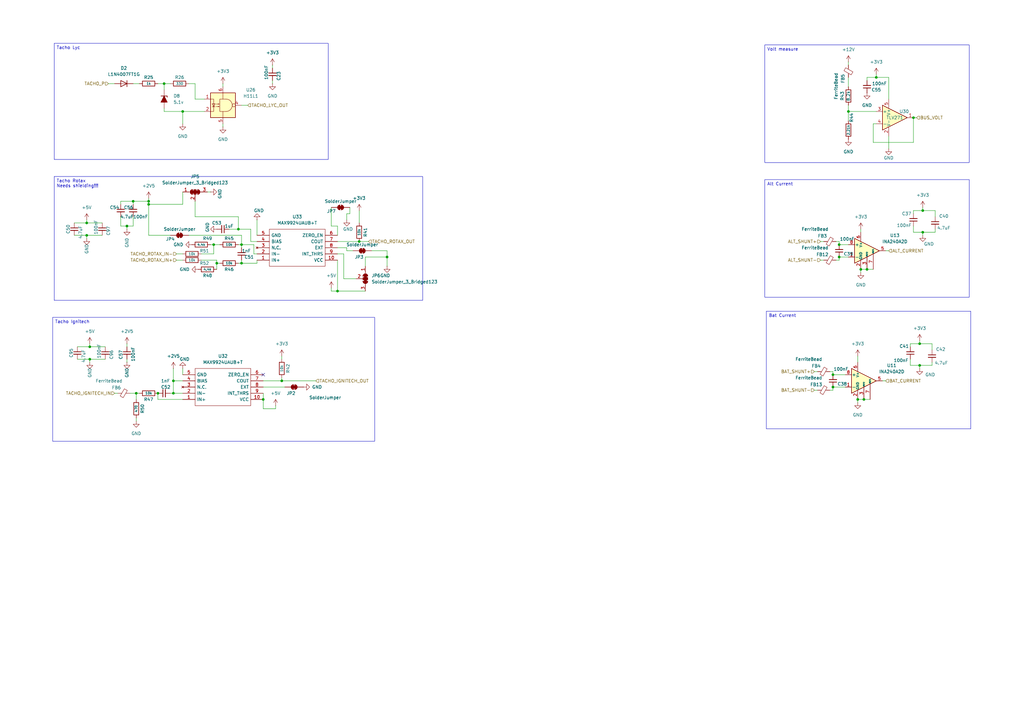
<source format=kicad_sch>
(kicad_sch (version 20250114) (generator "eeschema") (generator_version "9.0")
  (paper "A3")
  (title_block (title "westfly_ems") (date "2025-03-12") (rev "0.01") (company "Westfly"))
  (lib_symbols
    (symbol "Amplifier_Current:INA240A2D" (pin_names (offset 0.127))
      (property "Reference" "U" (at 3.81 3.81 0))
      (property "Value" "INA240A2D" (at 3.81 -2.54 0))
      (symbol "INA240A2D_1_1"
        (pin input line (at -7.62 2.54 0) (length 2.54) (name "+") (number "8"))
        (pin input line (at -7.62 -2.54 0) (length 2.54) (name "-") (number "1"))
        (pin power_in line (at -2.54 7.62 270) (length 3.81) (name "V+") (number "6"))
        (pin power_in line (at -2.54 -7.62 90) (length 3.81) (name "GND") (number "2"))
        (pin passive line (at -2.54 -7.62 90) (length 3.81) (hide yes) (name "GND") (number "4"))
        (pin passive line (at 0 -7.62 90) (length 5.08) (name "REF2") (number "3"))
        (pin passive line (at 2.54 -7.62 90) (length 6.35) (name "REF1") (number "7"))
        (pin output line (at 7.62 0 180) (length 2.54) (name "~") (number "5"))
      )
    )
    (symbol "Device:C_Small" (pin_numbers (hide yes)) (pin_names (offset 0.254) (hide yes))
      (property "Reference" "C" (at 0.254 1.778 0))
      (property "Value" "C_Small" (at 0.254 -2.032 0))
      (symbol "C_Small_1_1"
        (pin passive line (at 0 2.54 270) (length 2.032) (name "~") (number "1"))
        (pin passive line (at 0 -2.54 90) (length 2.032) (name "~") (number "2"))
      )
    )
    (symbol "Device:D_Zener_Filled" (pin_numbers (hide yes)) (pin_names (offset 1.016) (hide yes))
      (property "Reference" "D" (at 0 2.54 0))
      (property "Value" "D_Zener_Filled" (at 0 -2.54 0))
      (symbol "D_Zener_Filled_1_1"
        (pin passive line (at -3.81 0 0) (length 2.54) (name "K") (number "1"))
        (pin passive line (at 3.81 0 180) (length 2.54) (name "A") (number "2"))
      )
    )
    (symbol "Device:FerriteBead_Small" (pin_numbers (hide yes)) (pin_names (offset 0))
      (property "Reference" "FB" (at 1.905 1.27 0))
      (property "Value" "FerriteBead_Small" (at 1.905 -1.27 0))
      (symbol "FerriteBead_Small_1_1"
        (pin passive line (at 0 2.54 270) (length 1.27) (name "~") (number "1"))
        (pin passive line (at 0 -2.54 90) (length 1.27) (name "~") (number "2"))
      )
    )
    (symbol "Device:R" (pin_numbers (hide yes)) (pin_names (offset 0))
      (property "Reference" "R" (at 2.032 0 90))
      (property "Value" "R" (at 0 0 90))
      (symbol "R_1_1"
        (pin passive line (at 0 3.81 270) (length 1.27) (name "~") (number "1"))
        (pin passive line (at 0 -3.81 90) (length 1.27) (name "~") (number "2"))
      )
    )
    (symbol "Diode:1N4007" (pin_numbers (hide yes)) (pin_names (hide yes))
      (property "Reference" "D" (at 0 2.54 0))
      (property "Value" "1N4007" (at 0 -2.54 0))
      (symbol "1N4007_1_1"
        (pin passive line (at -3.81 0 0) (length 2.54) (name "K") (number "1"))
        (pin passive line (at 3.81 0 180) (length 2.54) (name "A") (number "2"))
      )
    )
    (symbol "Isolator:H11L1" (pin_names (offset 1.016))
      (property "Reference" "U" (at 1.27 8.89 0))
      (property "Value" "H11L1" (at 1.27 6.35 0))
      (symbol "H11L1_1_1"
        (pin passive line (at -7.62 2.54 0) (length 2.54) (name "~") (number "1"))
        (pin passive line (at -7.62 -2.54 0) (length 2.54) (name "~") (number "2"))
        (pin no_connect line (at -5.08 0 0) (length 2.54) (hide yes) (name "~") (number "3"))
        (pin power_in line (at 0 7.62 270) (length 2.54) (name "~") (number "6"))
        (pin power_in line (at 0 -7.62 90) (length 2.54) (name "~") (number "5"))
        (pin output inverted (at 7.62 0 180) (length 3.81) (name "~") (number "4"))
      )
    )
    (symbol "Jumper:SolderJumper_2_Bridged" (pin_numbers (hide yes)) (pin_names (offset 0) (hide yes)) (exclude_from_sim yes) (in_bom no)
      (property "Reference" "JP" (at 0 2.032 0))
      (property "Value" "SolderJumper_2_Bridged" (at 0 -2.54 0))
      (symbol "SolderJumper_2_Bridged_1_1"
        (pin passive line (at -3.81 0 0) (length 2.54) (name "A") (number "1"))
        (pin passive line (at 3.81 0 180) (length 2.54) (name "B") (number "2"))
      )
    )
    (symbol "Jumper:SolderJumper_3_Bridged123" (pin_names (offset 0) (hide yes)) (exclude_from_sim yes) (in_bom no)
      (property "Reference" "JP" (at -2.54 -2.54 0))
      (property "Value" "SolderJumper_3_Bridged123" (at 0 2.794 0))
      (symbol "SolderJumper_3_Bridged123_1_1"
        (pin passive line (at -5.08 0 0) (length 2.54) (name "A") (number "1"))
        (pin passive line (at 0 -3.81 90) (length 2.54) (name "C") (number "2"))
        (pin passive line (at 5.08 0 180) (length 2.54) (name "B") (number "3"))
      )
    )
    (symbol "Westfly:MAX9924UAUB+T" (pin_names (offset 0.762))
      (property "Reference" "IC2" (at 16.51 -16.6157 0))
      (property "Value" "MAX9924UAUB+T" (at 16.51 -13.8406 0))
      (symbol "MAX9924UAUB+T_0_0"
        (pin passive line (at 0 0 0) (length 5.08) (name "IN+") (number "1"))
        (pin passive line (at 0 -2.54 0) (length 5.08) (name "IN-") (number "2"))
        (pin no_connect line (at 0 -5.08 0) (length 5.08) (name "N.C.") (number "3"))
        (pin passive line (at 0 -7.62 0) (length 5.08) (name "BIAS") (number "4"))
        (pin passive line (at 0 -10.16 0) (length 5.08) (name "GND") (number "5"))
        (pin passive line (at 33.02 0 180) (length 5.08) (name "VCC") (number "10"))
        (pin passive line (at 33.02 -2.54 180) (length 5.08) (name "INT_THRS") (number "9"))
        (pin passive line (at 33.02 -5.08 180) (length 5.08) (name "EXT") (number "8"))
        (pin passive line (at 33.02 -7.62 180) (length 5.08) (name "COUT") (number "7"))
        (pin passive line (at 33.02 -10.16 180) (length 5.08) (name "ZERO_EN") (number "6"))
      )
    )
    (symbol "Westfly:TLV271" (pin_names (offset 0.127))
      (property "Reference" "U?" (at 3.81 3.81 0))
      (property "Value" "TLV271" (at 0 0 0))
      (symbol "TLV271_1_1"
        (pin input line (at -7.62 2.54 0) (length 2.54) (name "+") (number "3"))
        (pin input line (at -7.62 -2.54 0) (length 2.54) (name "-") (number "4"))
        (pin power_in line (at -2.54 7.62 270) (length 3.81) (name "V+") (number "5"))
        (pin power_in line (at -2.54 -7.62 90) (length 3.81) (name "V-") (number "2"))
        (pin output line (at 7.62 0 180) (length 2.54) (name "~") (number "1"))
      )
    )
    (symbol "power:+12V" (power) (pin_numbers (hide yes)) (pin_names (offset 0) (hide yes))
      (property "Value" "+12V" (at 0 3.556 0))
      (symbol "+12V_1_1"
        (pin power_in line (at 0 0 90) (length 0) (name "~") (number "1"))
      )
    )
    (symbol "power:+2V5" (power) (pin_numbers (hide yes)) (pin_names (offset 0) (hide yes))
      (property "Value" "+2V5" (at 0 3.556 0))
      (symbol "+2V5_1_1"
        (pin power_in line (at 0 0 90) (length 0) (name "~") (number "1"))
      )
    )
    (symbol "power:+3V3" (power) (pin_numbers (hide yes)) (pin_names (offset 0) (hide yes))
      (property "Value" "+3V3" (at 0 3.556 0))
      (symbol "+3V3_1_1"
        (pin power_in line (at 0 0 90) (length 0) (name "~") (number "1"))
      )
    )
    (symbol "power:+5V" (power) (pin_numbers (hide yes)) (pin_names (offset 0) (hide yes))
      (property "Value" "+5V" (at 0 3.556 0))
      (symbol "+5V_1_1"
        (pin power_in line (at 0 0 90) (length 0) (name "~") (number "1"))
      )
    )
    (symbol "power:GND" (power) (pin_numbers (hide yes)) (pin_names (offset 0) (hide yes))
      (property "Value" "GND" (at 0 -3.81 0))
      (symbol "GND_1_1"
        (pin power_in line (at 0 0 270) (length 0) (name "~") (number "1"))
      )
    )
  )
  (text_box "Tacho Rotax\nNeeds shielding!!!" (at 22.225 72.39 0) (size 151.13 50.8) (margins 0.9525 0.9525 0.9525 0.9525) (effects (font (size 1.27 1.27)) (justify left top)))
  (text_box "Alt Current" (at 313.69 73.66 0) (size 83.82 48.26) (margins 0.9525 0.9525 0.9525 0.9525) (effects (font (size 1.27 1.27)) (justify left top)))
  (text_box "Volt measure" (at 313.69 18.415 0) (size 83.82 48.26) (margins 0.9525 0.9525 0.9525 0.9525) (effects (font (size 1.27 1.27)) (justify left top)))
  (text_box "Tacho Lyc" (at 22.225 17.78 0) (size 112.395 47.625) (margins 0.9525 0.9525 0.9525 0.9525) (effects (font (size 1.27 1.27)) (justify left top)))
  (text_box "Bat Current" (at 314.325 127.635 0) (size 83.82 48.26) (margins 0.9525 0.9525 0.9525 0.9525) (effects (font (size 1.27 1.27)) (justify left top)))
  (text_box "Tacho Ignitech\n" (at 21.59 130.175 0) (size 132.08 50.8) (margins 0.9525 0.9525 0.9525 0.9525) (effects (font (size 1.27 1.27)) (justify left top)))
  (junction (at 341.63 158.75))
  (junction (at 36.83 142.24))
  (junction (at 354.33 163.83))
  (junction (at 35.56 96.52))
  (junction (at 377.19 149.86))
  (junction (at 351.79 163.83))
  (junction (at 115.57 156.21))
  (junction (at 74.93 45.72))
  (junction (at 377.19 140.97))
  (junction (at 344.17 100.33))
  (junction (at 67.31 34.29))
  (junction (at 107.95 163.83))
  (junction (at 158.75 105.41))
  (junction (at 54.61 82.55))
  (junction (at 99.06 100.33))
  (junction (at 347.98 45.72))
  (junction (at 374.65 48.26))
  (junction (at 344.17 105.41))
  (junction (at 359.41 31.75))
  (junction (at 87.63 100.33))
  (junction (at 99.06 107.95))
  (junction (at 55.88 161.29))
  (junction (at 36.83 147.32))
  (junction (at 71.12 161.29))
  (junction (at 138.43 119.38))
  (junction (at 147.32 99.06))
  (junction (at 341.63 153.67))
  (junction (at 60.96 83.82))
  (junction (at 64.77 161.29))
  (junction (at 35.56 91.44))
  (junction (at 378.46 86.36))
  (junction (at 60.96 82.55))
  (junction (at 88.9 107.95))
  (junction (at 378.46 95.25))
  (junction (at 71.12 156.21))
  (junction (at 97.79 93.98))
  (junction (at 52.07 92.71))
  (junction (at 353.06 110.49))
  (junction (at 355.6 110.49))
  (no_connect (at 107.95 153.67))
  (wire (pts (xy 377.19 149.86) (xy 377.19 151.13)))
  (wire (pts (xy 43.18 147.32) (xy 36.83 147.32)))
  (wire (pts (xy 361.95 156.21) (xy 363.22 156.21)))
  (wire (pts (xy 149.86 105.41) (xy 158.75 105.41)))
  (wire (pts (xy 52.07 147.32) (xy 52.07 148.59)))
  (wire (pts (xy 374.65 48.26) (xy 375.92 48.26)))
  (wire (pts (xy 142.24 90.17) (xy 142.24 87.63)))
  (wire (pts (xy 115.57 156.21) (xy 129.54 156.21)))
  (wire (pts (xy 340.36 160.02) (xy 341.63 160.02)))
  (wire (pts (xy 355.6 110.49) (xy 358.14 110.49)))
  (wire (pts (xy 107.95 156.21) (xy 115.57 156.21)))
  (wire (pts (xy 142.24 87.63) (xy 143.51 87.63)))
  (wire (pts (xy 138.43 119.38) (xy 135.89 119.38)))
  (wire (pts (xy 54.61 82.55) (xy 49.53 82.55)))
  (wire (pts (xy 105.41 99.06) (xy 102.87 99.06)))
  (wire (pts (xy 54.61 88.9) (xy 54.61 92.71)))
  (wire (pts (xy 351.79 146.05) (xy 351.79 148.59)))
  (wire (pts (xy 102.87 93.98) (xy 97.79 93.98)))
  (wire (pts (xy 88.9 107.95) (xy 88.9 110.49)))
  (wire (pts (xy 105.41 104.14) (xy 104.14 104.14)))
  (wire (pts (xy 355.6 31.75) (xy 355.6 33.02)))
  (wire (pts (xy 377.19 139.7) (xy 377.19 140.97)))
  (wire (pts (xy 358.14 50.8) (xy 358.14 58.42)))
  (wire (pts (xy 55.88 171.45) (xy 55.88 172.72)))
  (wire (pts (xy 138.43 119.38) (xy 149.86 119.38)))
  (wire (pts (xy 60.96 83.82) (xy 60.96 96.52)))
  (wire (pts (xy 72.39 104.14) (xy 74.93 104.14)))
  (wire (pts (xy 111.76 33.02) (xy 111.76 34.29)))
  (wire (pts (xy 151.13 99.06) (xy 147.32 99.06)))
  (wire (pts (xy 334.01 160.02) (xy 335.28 160.02)))
  (wire (pts (xy 144.78 102.87) (xy 142.24 102.87)))
  (wire (pts (xy 74.93 156.21) (xy 71.12 156.21)))
  (wire (pts (xy 347.98 45.72) (xy 347.98 49.53)))
  (wire (pts (xy 353.06 110.49) (xy 353.06 111.76)))
  (wire (pts (xy 54.61 92.71) (xy 52.07 92.71)))
  (wire (pts (xy 344.17 100.33) (xy 347.98 100.33)))
  (wire (pts (xy 83.82 45.72) (xy 74.93 45.72)))
  (wire (pts (xy 80.01 34.29) (xy 80.01 40.64)))
  (wire (pts (xy 52.07 140.97) (xy 52.07 142.24)))
  (wire (pts (xy 336.55 99.06) (xy 337.82 99.06)))
  (wire (pts (xy 35.56 96.52) (xy 35.56 97.79)))
  (wire (pts (xy 43.18 142.24) (xy 36.83 142.24)))
  (wire (pts (xy 135.89 92.71) (xy 138.43 92.71)))
  (wire (pts (xy 347.98 43.18) (xy 347.98 45.72)))
  (wire (pts (xy 135.89 85.09) (xy 135.89 92.71)))
  (wire (pts (xy 336.55 106.68) (xy 337.82 106.68)))
  (wire (pts (xy 67.31 44.45) (xy 67.31 45.72)))
  (wire (pts (xy 71.12 156.21) (xy 71.12 161.29)))
  (wire (pts (xy 138.43 92.71) (xy 138.43 96.52)))
  (wire (pts (xy 354.33 163.83) (xy 356.87 163.83)))
  (wire (pts (xy 41.91 96.52) (xy 35.56 96.52)))
  (wire (pts (xy 104.14 100.33) (xy 99.06 100.33)))
  (wire (pts (xy 364.49 31.75) (xy 364.49 40.64)))
  (wire (pts (xy 351.79 163.83) (xy 354.33 163.83)))
  (wire (pts (xy 35.56 96.52) (xy 30.48 96.52)))
  (wire (pts (xy 382.27 149.86) (xy 382.27 148.59)))
  (wire (pts (xy 378.46 85.09) (xy 378.46 86.36)))
  (wire (pts (xy 99.06 96.52) (xy 99.06 100.33)))
  (wire (pts (xy 341.63 158.75) (xy 346.71 158.75)))
  (wire (pts (xy 72.39 106.68) (xy 74.93 106.68)))
  (wire (pts (xy 353.06 93.98) (xy 353.06 95.25)))
  (wire (pts (xy 85.09 78.74) (xy 86.36 78.74)))
  (wire (pts (xy 364.49 31.75) (xy 359.41 31.75)))
  (wire (pts (xy 383.54 95.25) (xy 383.54 93.98)))
  (wire (pts (xy 71.12 161.29) (xy 69.85 161.29)))
  (wire (pts (xy 342.9 106.68) (xy 344.17 106.68)))
  (wire (pts (xy 99.06 100.33) (xy 99.06 101.6)))
  (wire (pts (xy 35.56 90.17) (xy 35.56 91.44)))
  (wire (pts (xy 135.89 119.38) (xy 135.89 118.11)))
  (wire (pts (xy 146.05 114.3) (xy 140.97 114.3)))
  (wire (pts (xy 87.63 104.14) (xy 82.55 104.14)))
  (wire (pts (xy 41.91 91.44) (xy 35.56 91.44)))
  (wire (pts (xy 378.46 86.36) (xy 374.65 86.36)))
  (wire (pts (xy 351.79 163.83) (xy 351.79 165.1)))
  (wire (pts (xy 80.01 40.64) (xy 83.82 40.64)))
  (wire (pts (xy 88.9 107.95) (xy 88.9 106.68)))
  (wire (pts (xy 152.4 102.87) (xy 158.75 102.87)))
  (wire (pts (xy 340.36 152.4) (xy 341.63 152.4)))
  (wire (pts (xy 74.93 163.83) (xy 64.77 163.83)))
  (wire (pts (xy 67.31 45.72) (xy 74.93 45.72)))
  (wire (pts (xy 341.63 153.67) (xy 346.71 153.67)))
  (wire (pts (xy 97.79 88.9) (xy 80.01 88.9)))
  (wire (pts (xy 378.46 95.25) (xy 378.46 96.52)))
  (wire (pts (xy 36.83 147.32) (xy 31.75 147.32)))
  (wire (pts (xy 97.79 93.98) (xy 97.79 88.9)))
  (wire (pts (xy 344.17 99.06) (xy 344.17 100.33)))
  (wire (pts (xy 55.88 161.29) (xy 55.88 163.83)))
  (wire (pts (xy 36.83 147.32) (xy 36.83 148.59)))
  (wire (pts (xy 359.41 31.75) (xy 355.6 31.75)))
  (wire (pts (xy 158.75 102.87) (xy 158.75 105.41)))
  (wire (pts (xy 363.22 102.87) (xy 364.49 102.87)))
  (wire (pts (xy 358.14 58.42) (xy 374.65 58.42)))
  (wire (pts (xy 158.75 105.41) (xy 158.75 109.22)))
  (wire (pts (xy 377.19 149.86) (xy 382.27 149.86)))
  (wire (pts (xy 90.17 107.95) (xy 88.9 107.95)))
  (wire (pts (xy 87.63 100.33) (xy 90.17 100.33)))
  (wire (pts (xy 374.65 95.25) (xy 378.46 95.25)))
  (wire (pts (xy 80.01 82.55) (xy 80.01 88.9)))
  (wire (pts (xy 36.83 142.24) (xy 31.75 142.24)))
  (wire (pts (xy 102.87 99.06) (xy 102.87 93.98)))
  (wire (pts (xy 60.96 82.55) (xy 54.61 82.55)))
  (wire (pts (xy 44.45 34.29) (xy 46.99 34.29)))
  (wire (pts (xy 77.47 34.29) (xy 80.01 34.29)))
  (wire (pts (xy 74.93 83.82) (xy 60.96 83.82)))
  (wire (pts (xy 64.77 34.29) (xy 67.31 34.29)))
  (wire (pts (xy 99.06 100.33) (xy 97.79 100.33)))
  (wire (pts (xy 383.54 86.36) (xy 378.46 86.36)))
  (wire (pts (xy 138.43 106.68) (xy 138.43 119.38)))
  (wire (pts (xy 113.03 167.64) (xy 107.95 167.64)))
  (wire (pts (xy 107.95 161.29) (xy 107.95 163.83)))
  (wire (pts (xy 143.51 87.63) (xy 143.51 85.09)))
  (wire (pts (xy 99.06 43.18) (xy 101.6 43.18)))
  (wire (pts (xy 382.27 140.97) (xy 382.27 143.51)))
  (wire (pts (xy 149.86 109.22) (xy 149.86 105.41)))
  (wire (pts (xy 359.41 30.48) (xy 359.41 31.75)))
  (wire (pts (xy 53.34 161.29) (xy 55.88 161.29)))
  (wire (pts (xy 57.15 161.29) (xy 55.88 161.29)))
  (wire (pts (xy 49.53 92.71) (xy 49.53 88.9)))
  (wire (pts (xy 138.43 101.6) (xy 142.24 101.6)))
  (wire (pts (xy 347.98 45.72) (xy 359.41 45.72)))
  (wire (pts (xy 99.06 106.68) (xy 99.06 107.95)))
  (wire (pts (xy 60.96 81.28) (xy 60.96 82.55)))
  (wire (pts (xy 341.63 160.02) (xy 341.63 158.75)))
  (wire (pts (xy 347.98 25.4) (xy 347.98 26.67)))
  (wire (pts (xy 364.49 55.88) (xy 364.49 60.96)))
  (wire (pts (xy 105.41 106.68) (xy 105.41 107.95)))
  (wire (pts (xy 46.99 161.29) (xy 48.26 161.29)))
  (wire (pts (xy 341.63 152.4) (xy 341.63 153.67)))
  (wire (pts (xy 373.38 140.97) (xy 373.38 142.24)))
  (wire (pts (xy 74.93 151.13) (xy 74.93 153.67)))
  (wire (pts (xy 147.32 91.44) (xy 147.32 86.36)))
  (wire (pts (xy 382.27 140.97) (xy 377.19 140.97)))
  (wire (pts (xy 54.61 34.29) (xy 57.15 34.29)))
  (wire (pts (xy 52.07 92.71) (xy 49.53 92.71)))
  (wire (pts (xy 115.57 146.05) (xy 115.57 147.32)))
  (wire (pts (xy 138.43 104.14) (xy 140.97 104.14)))
  (wire (pts (xy 377.19 140.97) (xy 373.38 140.97)))
  (wire (pts (xy 374.65 58.42) (xy 374.65 48.26)))
  (wire (pts (xy 88.9 106.68) (xy 82.55 106.68)))
  (wire (pts (xy 344.17 105.41) (xy 347.98 105.41)))
  (wire (pts (xy 359.41 50.8) (xy 358.14 50.8)))
  (wire (pts (xy 344.17 105.41) (xy 344.17 106.68)))
  (wire (pts (xy 347.98 31.75) (xy 347.98 35.56)))
  (wire (pts (xy 373.38 147.32) (xy 373.38 149.86)))
  (wire (pts (xy 105.41 90.17) (xy 105.41 96.52)))
  (wire (pts (xy 378.46 95.25) (xy 383.54 95.25)))
  (wire (pts (xy 91.44 34.29) (xy 91.44 35.56)))
  (wire (pts (xy 116.84 158.75) (xy 107.95 158.75)))
  (wire (pts (xy 67.31 34.29) (xy 69.85 34.29)))
  (wire (pts (xy 111.76 26.67) (xy 111.76 27.94)))
  (wire (pts (xy 105.41 107.95) (xy 99.06 107.95)))
  (wire (pts (xy 71.12 156.21) (xy 71.12 151.13)))
  (wire (pts (xy 107.95 163.83) (xy 107.95 167.64)))
  (wire (pts (xy 67.31 36.83) (xy 67.31 34.29)))
  (wire (pts (xy 342.9 99.06) (xy 344.17 99.06)))
  (wire (pts (xy 99.06 107.95) (xy 97.79 107.95)))
  (wire (pts (xy 374.65 92.71) (xy 374.65 95.25)))
  (wire (pts (xy 74.93 161.29) (xy 71.12 161.29)))
  (wire (pts (xy 87.63 100.33) (xy 86.36 100.33)))
  (wire (pts (xy 64.77 161.29) (xy 64.77 163.83)))
  (wire (pts (xy 36.83 140.97) (xy 36.83 142.24)))
  (wire (pts (xy 142.24 102.87) (xy 142.24 101.6)))
  (wire (pts (xy 147.32 99.06) (xy 138.43 99.06)))
  (wire (pts (xy 49.53 82.55) (xy 49.53 83.82)))
  (wire (pts (xy 373.38 149.86) (xy 377.19 149.86)))
  (wire (pts (xy 69.85 96.52) (xy 60.96 96.52)))
  (wire (pts (xy 87.63 100.33) (xy 87.63 104.14)))
  (wire (pts (xy 383.54 86.36) (xy 383.54 88.9)))
  (wire (pts (xy 99.06 96.52) (xy 77.47 96.52)))
  (wire (pts (xy 104.14 104.14) (xy 104.14 100.33)))
  (wire (pts (xy 334.01 152.4) (xy 335.28 152.4)))
  (wire (pts (xy 113.03 166.37) (xy 113.03 167.64)))
  (wire (pts (xy 91.44 50.8) (xy 91.44 52.07)))
  (wire (pts (xy 97.79 93.98) (xy 93.98 93.98)))
  (wire (pts (xy 140.97 104.14) (xy 140.97 114.3)))
  (wire (pts (xy 74.93 45.72) (xy 74.93 50.8)))
  (wire (pts (xy 353.06 110.49) (xy 355.6 110.49)))
  (wire (pts (xy 60.96 82.55) (xy 60.96 83.82)))
  (wire (pts (xy 374.65 86.36) (xy 374.65 87.63)))
  (wire (pts (xy 54.61 82.55) (xy 54.61 83.82)))
  (wire (pts (xy 52.07 92.71) (xy 52.07 93.98)))
  (wire (pts (xy 115.57 154.94) (xy 115.57 156.21)))
  (wire (pts (xy 74.93 78.74) (xy 74.93 83.82)))
  (wire (pts (xy 35.56 91.44) (xy 30.48 91.44)))
  (hierarchical_label "TACHO_ROTAX_OUT" (shape input) (at 151.13 99.06 0))
  (hierarchical_label "TACHO_LYC_OUT" (shape input) (at 101.6 43.18 0))
  (hierarchical_label "BAT_CURRENT" (shape input) (at 363.22 156.21 0))
  (hierarchical_label "BAT_SHUNT+" (shape input) (at 334.01 152.4 180))
  (hierarchical_label "ALT_CURRENT" (shape input) (at 364.49 102.87 0))
  (hierarchical_label "BUS_VOLT" (shape input) (at 375.92 48.26 0))
  (hierarchical_label "ALT_SHUNT-" (shape input) (at 336.55 106.68 180))
  (hierarchical_label "TACHO_IGNITECH_OUT" (shape input) (at 129.54 156.21 0))
  (hierarchical_label "TACHO_ROTAX_IN-" (shape input) (at 72.39 104.14 180))
  (hierarchical_label "ALT_SHUNT+" (shape input) (at 336.55 99.06 180))
  (hierarchical_label "BAT_SHUNT-" (shape input) (at 334.01 160.02 180))
  (hierarchical_label "TACHO_P" (shape input) (at 44.45 34.29 180))
  (hierarchical_label "TACHO_ROTAX_IN+" (shape input) (at 72.39 106.68 180))
  (hierarchical_label "TACHO_IGNITECH_IN" (shape input) (at 46.99 161.29 180))
  (symbol (lib_id "power:GND") (at 353.06 111.76 0) (mirror y) (unit 1)
    (property "Reference" "#PWR076" (effects (hide yes)))
    (property "Value" "GND" (at 353.06 116.84 0))
    (property "Description" "Power symbol creates a global label with name \"GND\" , ground" (effects (hide yes)))
  )
  (symbol (lib_id "power:+3V3") (at 353.06 93.98 0) (unit 1)
    (property "Reference" "#PWR0149" (effects (hide yes)))
    (property "Value" "+3V3" (at 353.06 88.9 0))
    (property "Description" "Power symbol creates a global label with name \"+3V3\"" (effects (hide yes)))
  )
  (symbol (lib_id "Device:R") (at 60.96 161.29 270) (mirror x) (unit 1)
    (property "Reference" "R47" (at 60.96 163.83 90))
    (property "Value" "10k" (at 60.96 161.29 90) (effects (font (size 1 1))))
    (property "Footprint" "Resistor_SMD:R_0402_1005Metric" (effects (hide yes)))
    (property "Description" "Resistor" (effects (hide yes)))
    (property "LCSC" "C25744" (effects (hide yes)))
  )
  (symbol (lib_id "Westfly:MAX9924UAUB+T") (at 105.41 106.68 0) (mirror x) (unit 1)
    (property "Reference" "U33" (at 121.92 88.9 0))
    (property "Value" "MAX9924UAUB+T" (at 121.92 91.44 0))
    (property "Footprint" "Westfly:SOP50P490X110-10N" (effects (hide yes)))
    (property "Datasheet" "https://datasheets.maximintegrated.com/en/ds/MAX9924-MAX9927.pdf" (effects (hide yes)))
    (property "Description" "MAXIM INTEGRATED PRODUCTS - MAX9924UAUB+T - Specialized Interface, Sensor Interface, Camshaft, Crankshaft & Vehicle Speed VRS Interfaces, 4.5 V" (effects (hide yes)))
    (property "Height" "1.1" (effects (hide yes)))
    (property "Mouser Part Number" "700-MAX9924UAUBT" (effects (hide yes)))
    (property "Mouser Price/Stock" "https://www.mouser.co.uk/ProductDetail/Analog-Devices-Maxim-Integrated/MAX9924UAUB%2bT?qs=CDqwynd4ZNrOG878jz77zA%3D%3D" (effects (hide yes)))
    (property "Manufacturer_Name" "Analog Devices" (effects (hide yes)))
    (property "Manufacturer_Part_Number" "MAX9924UAUB+T" (effects (hide yes)))
    (property "LCSC" "C5145181" (effects (hide yes)))
  )
  (symbol (lib_id "Device:R") (at 60.96 34.29 270) (unit 1)
    (property "Reference" "R25" (at 60.96 31.75 90))
    (property "Value" "1k" (at 60.96 34.29 90) (effects (font (size 1 1))))
    (property "Footprint" "Resistor_SMD:R_0805_2012Metric" (effects (hide yes)))
    (property "Description" "Resistor" (effects (hide yes)))
    (property "LCSC" "C17513" (effects (hide yes)))
  )
  (symbol (lib_id "power:+2V5") (at 71.12 151.13 0) (mirror y) (unit 1)
    (property "Reference" "#PWR0129" (effects (hide yes)))
    (property "Value" "+2V5" (at 71.12 146.05 0))
    (property "Description" "Power symbol creates a global label with name \"+2V5\"" (effects (hide yes)))
  )
  (symbol (lib_id "power:GND") (at 377.19 151.13 0) (unit 1)
    (property "Reference" "#PWR074" (effects (hide yes)))
    (property "Value" "GND" (at 381.508 153.67 0))
    (property "Description" "Power symbol creates a global label with name \"GND\" , ground" (effects (hide yes)))
  )
  (symbol (lib_id "Device:R") (at 78.74 106.68 90) (mirror x) (unit 1)
    (property "Reference" "R52" (at 83.82 107.95 90))
    (property "Value" "10k" (at 78.74 106.68 90) (effects (font (size 1 1))))
    (property "Footprint" "Resistor_SMD:R_0402_1005Metric" (effects (hide yes)))
    (property "Description" "Resistor" (effects (hide yes)))
    (property "LCSC" "C25744" (effects (hide yes)))
  )
  (symbol (lib_id "Device:C_Small") (at 54.61 86.36 0) (mirror y) (unit 1)
    (property "Reference" "C56" (at 50.8 85.09 0) (effects (justify right)))
    (property "Value" "100nF" (at 54.61 88.9 0) (effects (justify right)))
    (property "Footprint" "Capacitor_SMD:C_0402_1005Metric" (effects (hide yes)))
    (property "Description" "Unpolarized capacitor, small symbol" (effects (hide yes)))
    (property "LCSC" "C307331" (effects (hide yes)))
  )
  (symbol (lib_id "Device:R") (at 73.66 34.29 270) (unit 1)
    (property "Reference" "R26" (at 73.66 31.75 90))
    (property "Value" "330" (at 73.66 34.29 90) (effects (font (size 1 1))))
    (property "Footprint" "Resistor_SMD:R_0402_1005Metric" (effects (hide yes)))
    (property "Description" "Resistor" (effects (hide yes)))
    (property "LCSC" "C25104" (effects (hide yes)))
  )
  (symbol (lib_id "power:+3V3") (at 351.79 146.05 0) (unit 1)
    (property "Reference" "#PWR0154" (effects (hide yes)))
    (property "Value" "+3V3" (at 351.79 140.97 0))
    (property "Description" "Power symbol creates a global label with name \"+3V3\"" (effects (hide yes)))
  )
  (symbol (lib_id "power:+3V3") (at 115.57 146.05 0) (mirror y) (unit 1)
    (property "Reference" "#PWR0137" (effects (hide yes)))
    (property "Value" "+3V3" (at 115.57 140.97 0))
    (property "Description" "Power symbol creates a global label with name \"+3V3\"" (effects (hide yes)))
  )
  (symbol (lib_id "Device:R") (at 78.74 104.14 90) (mirror x) (unit 1)
    (property "Reference" "R51" (at 83.82 102.87 90))
    (property "Value" "10k" (at 78.74 104.14 90) (effects (font (size 1 1))))
    (property "Footprint" "Resistor_SMD:R_0402_1005Metric" (effects (hide yes)))
    (property "Description" "Resistor" (effects (hide yes)))
    (property "LCSC" "C25744" (effects (hide yes)))
  )
  (symbol (lib_id "Device:R") (at 347.98 39.37 180) (unit 1)
    (property "Reference" "R43" (at 345.44 39.37 90))
    (property "Value" "8.2k" (at 347.98 39.37 90))
    (property "Footprint" "Resistor_SMD:R_0402_1005Metric" (effects (hide yes)))
    (property "Description" "Resistor" (effects (hide yes)))
    (property "LCSC" "C25924" (effects (hide yes)))
  )
  (symbol (lib_id "Device:C_Small") (at 31.75 144.78 0) (mirror y) (unit 1)
    (property "Reference" "C95" (at 29.21 144.78 90))
    (property "Value" "4.7uF" (at 34.29 146.05 90))
    (property "Footprint" "Capacitor_SMD:C_0603_1608Metric" (effects (hide yes)))
    (property "Description" "Unpolarized capacitor, small symbol" (effects (hide yes)))
    (property "LCSC" "C69335" (effects (hide yes)))
  )
  (symbol (lib_id "power:GND") (at 364.49 60.96 0) (mirror y) (unit 1)
    (property "Reference" "#PWR0142" (effects (hide yes)))
    (property "Value" "GND" (at 364.49 64.77 0))
    (property "Description" "Power symbol creates a global label with name \"GND\" , ground" (effects (hide yes)))
  )
  (symbol (lib_id "Jumper:SolderJumper_3_Bridged123") (at 149.86 114.3 270) (unit 1) (exclude_from_sim yes) (in_bom no)
    (property "Reference" "JP6" (at 152.4 113.0299 90) (effects (justify left)))
    (property "Value" "SolderJumper_3_Bridged123" (at 152.4 115.5699 90) (effects (justify left)))
    (property "Footprint" "Jumper:SolderJumper-3_P2.0mm_Open_TrianglePad1.0x1.5mm" (effects (hide yes)))
    (property "Description" "Solder Jumper, 3-pole, pins 1+2+3 closed/bridged" (effects (hide yes)))
  )
  (symbol (lib_id "Jumper:SolderJumper_2_Bridged") (at 148.59 102.87 0) (mirror y) (unit 1)
    (property "Reference" "JP3" (at 147.32 105.41 0))
    (property "Value" "SolderJumper" (at 148.59 100.33 0))
    (property "Footprint" "Jumper:SolderJumper-2_P1.3mm_Open_TrianglePad1.0x1.5mm" (effects (hide yes)))
    (property "Description" "Solder Jumper, 2-pole, closed/bridged" (effects (hide yes)))
  )
  (symbol (lib_id "power:GND") (at 378.46 96.52 0) (unit 1)
    (property "Reference" "#PWR071" (effects (hide yes)))
    (property "Value" "GND" (at 381 100.076 0))
    (property "Description" "Power symbol creates a global label with name \"GND\" , ground" (effects (hide yes)))
  )
  (symbol (lib_id "Device:R") (at 85.09 110.49 90) (mirror x) (unit 1)
    (property "Reference" "R48" (at 85.09 113.03 90))
    (property "Value" "4.4k" (at 85.09 110.49 90) (effects (font (size 1 1))))
    (property "Footprint" "Resistor_SMD:R_0402_1005Metric" (effects (hide yes)))
    (property "Description" "Resistor" (effects (hide yes)))
  )
  (symbol (lib_id "power:+3V3") (at 111.76 26.67 0) (unit 1)
    (property "Reference" "#PWR035" (effects (hide yes)))
    (property "Value" "+3V3" (at 111.76 21.59 0))
    (property "Description" "Power symbol creates a global label with name \"+3V3\"" (effects (hide yes)))
  )
  (symbol (lib_id "power:+3V3") (at 91.44 34.29 0) (unit 1)
    (property "Reference" "#PWR0111" (effects (hide yes)))
    (property "Value" "+3V3" (at 91.44 29.21 0))
    (property "Description" "Power symbol creates a global label with name \"+3V3\"" (effects (hide yes)))
  )
  (symbol (lib_id "Device:R") (at 147.32 95.25 0) (mirror y) (unit 1)
    (property "Reference" "R41" (at 149.86 95.25 90))
    (property "Value" "10k" (at 147.32 95.25 90) (effects (font (size 1 1))))
    (property "Footprint" "Resistor_SMD:R_0402_1005Metric" (effects (hide yes)))
    (property "Description" "Resistor" (effects (hide yes)))
    (property "LCSC" "C25744" (effects (hide yes)))
  )
  (symbol (lib_id "Device:C_Small") (at 383.54 91.44 0) (mirror y) (unit 1)
    (property "Reference" "C40" (at 387.096 88.646 0))
    (property "Value" "4.7uF" (at 387.096 93.472 0))
    (property "Footprint" "Capacitor_SMD:C_0603_1608Metric" (effects (hide yes)))
    (property "Description" "Unpolarized capacitor, small symbol" (effects (hide yes)))
    (property "LCSC" "C69335" (effects (hide yes)))
  )
  (symbol (lib_id "power:+5V") (at 36.83 140.97 0) (mirror y) (unit 1)
    (property "Reference" "#PWR0220" (effects (hide yes)))
    (property "Value" "+5V" (at 36.83 135.89 0))
    (property "Description" "Power symbol creates a global label with name \"+5V\"" (effects (hide yes)))
  )
  (symbol (lib_id "Jumper:SolderJumper_2_Bridged") (at 73.66 96.52 0) (mirror y) (unit 1)
    (property "Reference" "JP4" (at 69.85 98.044 0))
    (property "Value" "SolderJumper" (at 73.66 93.98 0))
    (property "Footprint" "Jumper:SolderJumper-2_P1.3mm_Open_TrianglePad1.0x1.5mm" (effects (hide yes)))
    (property "Description" "Solder Jumper, 2-pole, closed/bridged" (effects (hide yes)))
  )
  (symbol (lib_id "power:+3V3") (at 378.46 85.09 0) (unit 1)
    (property "Reference" "#PWR072" (effects (hide yes)))
    (property "Value" "+3V3" (at 378.46 80.01 0))
    (property "Description" "Power symbol creates a global label with name \"+3V3\"" (effects (hide yes)))
  )
  (symbol (lib_id "power:GND") (at 86.36 78.74 90) (mirror x) (unit 1)
    (property "Reference" "#PWR0134" (effects (hide yes)))
    (property "Value" "GND" (at 90.17 77.47 0) (effects (justify left)))
    (property "Description" "Power symbol creates a global label with name \"GND\" , ground" (effects (hide yes)))
  )
  (symbol (lib_id "power:+5V") (at 135.89 118.11 0) (mirror y) (unit 1)
    (property "Reference" "#PWR0140" (effects (hide yes)))
    (property "Value" "+5V" (at 135.89 113.03 0))
    (property "Description" "Power symbol creates a global label with name \"+5V\"" (effects (hide yes)))
  )
  (symbol (lib_id "Jumper:SolderJumper_3_Bridged123") (at 80.01 78.74 0) (unit 1) (exclude_from_sim yes) (in_bom no)
    (property "Reference" "JP5" (at 80.01 72.39 0))
    (property "Value" "SolderJumper_3_Bridged123" (at 80.01 74.93 0))
    (property "Footprint" "Jumper:SolderJumper-3_P2.0mm_Open_TrianglePad1.0x1.5mm" (effects (hide yes)))
    (property "Description" "Solder Jumper, 3-pole, pins 1+2+3 closed/bridged" (effects (hide yes)))
  )
  (symbol (lib_id "Device:FerriteBead_Small") (at 340.36 106.68 90) (unit 1)
    (property "Reference" "FB12" (at 337.312 104.394 90))
    (property "Value" "FerriteBead" (at 334.264 101.6 90))
    (property "Footprint" "Inductor_SMD:L_0603_1608Metric" (effects (hide yes)))
    (property "Description" "Ferrite bead, small symbol" (effects (hide yes)))
    (property "LCSC" "C1002" (effects (hide yes)))
  )
  (symbol (lib_id "power:+2V5") (at 52.07 140.97 0) (mirror y) (unit 1)
    (property "Reference" "#PWR0217" (effects (hide yes)))
    (property "Value" "+2V5" (at 52.07 135.89 0))
    (property "Description" "Power symbol creates a global label with name \"+2V5\"" (effects (hide yes)))
  )
  (symbol (lib_id "power:GND") (at 81.28 110.49 270) (mirror x) (unit 1)
    (property "Reference" "#PWR0131" (effects (hide yes)))
    (property "Value" "GND" (at 73.66 110.49 90) (effects (justify left)))
    (property "Description" "Power symbol creates a global label with name \"GND\" , ground" (effects (hide yes)))
  )
  (symbol (lib_id "power:+12V") (at 347.98 25.4 0) (unit 1)
    (property "Reference" "#PWR0143" (effects (hide yes)))
    (property "Value" "+12V" (at 347.98 20.32 0))
    (property "Description" "Power symbol creates a global label with name \"+12V\"" (effects (hide yes)))
  )
  (symbol (lib_id "Device:FerriteBead_Small") (at 337.82 160.02 90) (unit 1)
    (property "Reference" "FB13" (at 334.772 157.734 90))
    (property "Value" "FerriteBead" (at 331.724 154.94 90))
    (property "Footprint" "Inductor_SMD:L_0603_1608Metric" (effects (hide yes)))
    (property "Description" "Ferrite bead, small symbol" (effects (hide yes)))
    (property "LCSC" "C1002" (effects (hide yes)))
  )
  (symbol (lib_id "Device:C_Small") (at 49.53 86.36 0) (mirror y) (unit 1)
    (property "Reference" "C54" (at 46.99 85.09 0))
    (property "Value" "4.7uF" (at 52.07 88.9 0))
    (property "Footprint" "Capacitor_SMD:C_0603_1608Metric" (effects (hide yes)))
    (property "Description" "Unpolarized capacitor, small symbol" (effects (hide yes)))
    (property "LCSC" "C69335" (effects (hide yes)))
  )
  (symbol (lib_id "power:GND") (at 88.9 93.98 270) (mirror x) (unit 1)
    (property "Reference" "#PWR0130" (effects (hide yes)))
    (property "Value" "GND" (at 85.09 95.25 0) (effects (justify left)))
    (property "Description" "Power symbol creates a global label with name \"GND\" , ground" (effects (hide yes)))
  )
  (symbol (lib_id "power:GND") (at 52.07 93.98 0) (mirror y) (unit 1)
    (property "Reference" "#PWR0139" (effects (hide yes)))
    (property "Value" "GND" (at 52.07 101.6 90) (effects (justify left)))
    (property "Description" "Power symbol creates a global label with name \"GND\" , ground" (effects (hide yes)))
  )
  (symbol (lib_id "Device:C_Small") (at 41.91 93.98 0) (mirror y) (unit 1)
    (property "Reference" "C97" (at 44.45 92.71 90) (effects (justify right)))
    (property "Value" "100nF" (at 39.37 90.17 90) (effects (justify right)))
    (property "Footprint" "Capacitor_SMD:C_0402_1005Metric" (effects (hide yes)))
    (property "Description" "Unpolarized capacitor, small symbol" (effects (hide yes)))
    (property "LCSC" "C307331" (effects (hide yes)))
  )
  (symbol (lib_id "Jumper:SolderJumper_2_Bridged") (at 120.65 158.75 0) (mirror y) (unit 1)
    (property "Reference" "JP2" (at 119.38 161.29 0))
    (property "Value" "SolderJumper" (at 133.35 163.068 0))
    (property "Footprint" "Jumper:SolderJumper-2_P1.3mm_Open_TrianglePad1.0x1.5mm" (effects (hide yes)))
    (property "Description" "Solder Jumper, 2-pole, closed/bridged" (effects (hide yes)))
  )
  (symbol (lib_id "power:+2V5") (at 60.96 81.28 0) (mirror y) (unit 1)
    (property "Reference" "#PWR0138" (effects (hide yes)))
    (property "Value" "+2V5" (at 60.96 76.2 0))
    (property "Description" "Power symbol creates a global label with name \"+2V5\"" (effects (hide yes)))
  )
  (symbol (lib_id "Isolator:H11L1") (at 91.44 43.18 0) (unit 1)
    (property "Reference" "U26" (at 102.87 36.8614 0))
    (property "Value" "H11L1" (at 102.87 39.4014 0))
    (property "Footprint" "Package_SO:TSOP-6_1.65x3.05mm_P0.95mm" (effects (hide yes)))
    (property "Datasheet" "https://www.onsemi.com/pub/Collateral/H11L3M-D.PDF" (effects (hide yes)))
    (property "Description" "Schmitt Trigger Output Optocoupler, High Speed, DIP-6, 1.6mA turn on threshold" (effects (hide yes)))
    (property "LCSC" "C78589" (effects (hide yes)))
  )
  (symbol (lib_id "power:GND") (at 142.24 90.17 0) (mirror y) (unit 1)
    (property "Reference" "#PWR0124" (effects (hide yes)))
    (property "Value" "GND" (at 144.78 93.98 0) (effects (justify left)))
    (property "Description" "Power symbol creates a global label with name \"GND\" , ground" (effects (hide yes)))
  )
  (symbol (lib_id "Diode:1N4007") (at 50.8 34.29 180) (unit 1)
    (property "Reference" "D2" (at 50.8 27.94 0))
    (property "Value" "L1N4007FT1G" (at 50.8 30.48 0))
    (property "Footprint" "Diode_SMD:D_SOD-123" (effects (hide yes)))
    (property "Datasheet" "http://www.vishay.com/docs/88503/1n4001.pdf" (effects (hide yes)))
    (property "Description" "1000V 1A General Purpose Rectifier Diode, DO-41" (effects (hide yes)))
    (property "Sim.Device" "D" (effects (hide yes)))
    (property "Sim.Pins" "1=K 2=A" (effects (hide yes)))
    (property "LCSC" "C250817" (effects (hide yes)))
  )
  (symbol (lib_id "Westfly:MAX9924UAUB+T") (at 74.93 163.83 0) (mirror x) (unit 1)
    (property "Reference" "U32" (at 91.44 146.05 0))
    (property "Value" "MAX9924UAUB+T" (at 91.44 148.59 0))
    (property "Footprint" "Westfly:SOP50P490X110-10N" (effects (hide yes)))
    (property "Datasheet" "https://datasheets.maximintegrated.com/en/ds/MAX9924-MAX9927.pdf" (effects (hide yes)))
    (property "Description" "MAXIM INTEGRATED PRODUCTS - MAX9924UAUB+T - Specialized Interface, Sensor Interface, Camshaft, Crankshaft & Vehicle Speed VRS Interfaces, 4.5 V" (effects (hide yes)))
    (property "Height" "1.1" (effects (hide yes)))
    (property "Mouser Part Number" "700-MAX9924UAUBT" (effects (hide yes)))
    (property "Mouser Price/Stock" "https://www.mouser.co.uk/ProductDetail/Analog-Devices-Maxim-Integrated/MAX9924UAUB%2bT?qs=CDqwynd4ZNrOG878jz77zA%3D%3D" (effects (hide yes)))
    (property "Manufacturer_Name" "Analog Devices" (effects (hide yes)))
    (property "Manufacturer_Part_Number" "MAX9924UAUB+T" (effects (hide yes)))
    (property "LCSC" "C5145181" (effects (hide yes)))
  )
  (symbol (lib_id "Device:C_Small") (at 99.06 104.14 0) (mirror x) (unit 1)
    (property "Reference" "C51" (at 104.14 105.41 0) (effects (justify right)))
    (property "Value" "1nF" (at 102.87 102.87 0) (effects (justify right)))
    (property "Footprint" "Capacitor_SMD:C_0402_1005Metric" (effects (hide yes)))
    (property "Description" "Unpolarized capacitor" (effects (hide yes)))
    (property "LCSC" "C1523" (effects (hide yes)))
  )
  (symbol (lib_id "Device:C_Small") (at 111.76 30.48 0) (mirror y) (unit 1)
    (property "Reference" "C23" (at 114.3 29.21 90) (effects (justify right)))
    (property "Value" "100nF" (at 109.22 26.67 90) (effects (justify right)))
    (property "Footprint" "Capacitor_SMD:C_0402_1005Metric" (effects (hide yes)))
    (property "Description" "Unpolarized capacitor, small symbol" (effects (hide yes)))
    (property "LCSC" "C307331" (effects (hide yes)))
  )
  (symbol (lib_id "Device:R") (at 82.55 100.33 90) (mirror x) (unit 1)
    (property "Reference" "R49" (at 85.09 97.79 90))
    (property "Value" "4.4k" (at 82.55 100.33 90) (effects (font (size 1 1))))
    (property "Footprint" "Resistor_SMD:R_0402_1005Metric" (effects (hide yes)))
    (property "Description" "Resistor" (effects (hide yes)))
  )
  (symbol (lib_id "power:GND") (at 78.74 100.33 270) (mirror x) (unit 1)
    (property "Reference" "#PWR0132" (effects (hide yes)))
    (property "Value" "GND" (at 71.12 100.33 90) (effects (justify left)))
    (property "Description" "Power symbol creates a global label with name \"GND\" , ground" (effects (hide yes)))
  )
  (symbol (lib_id "power:GND") (at 105.41 90.17 0) (mirror x) (unit 1)
    (property "Reference" "#PWR0127" (effects (hide yes)))
    (property "Value" "GND" (at 104.14 86.36 0) (effects (justify left)))
    (property "Description" "Power symbol creates a global label with name \"GND\" , ground" (effects (hide yes)))
  )
  (symbol (lib_id "power:GND") (at 355.6 38.1 0) (unit 1)
    (property "Reference" "#PWR0144" (effects (hide yes)))
    (property "Value" "GND" (at 355.6 43.18 0))
    (property "Description" "Power symbol creates a global label with name \"GND\" , ground" (effects (hide yes)))
  )
  (symbol (lib_id "power:GND") (at 91.44 52.07 0) (unit 1)
    (property "Reference" "#PWR0112" (effects (hide yes)))
    (property "Value" "GND" (at 91.44 57.15 0))
    (property "Description" "Power symbol creates a global label with name \"GND\" , ground" (effects (hide yes)))
  )
  (symbol (lib_id "Device:FerriteBead_Small") (at 340.36 99.06 90) (unit 1)
    (property "Reference" "FB3" (at 337.312 96.774 90))
    (property "Value" "FerriteBead" (at 334.264 93.98 90))
    (property "Footprint" "Inductor_SMD:L_0603_1608Metric" (effects (hide yes)))
    (property "Description" "Ferrite bead, small symbol" (effects (hide yes)))
    (property "LCSC" "C1002" (effects (hide yes)))
  )
  (symbol (lib_id "Device:R") (at 347.98 53.34 0) (unit 1)
    (property "Reference" "R44" (at 349.25 48.26 90))
    (property "Value" "2.21k" (at 347.98 53.34 90) (effects (font (size 1 1))))
    (property "Footprint" "Resistor_SMD:R_0402_1005Metric" (effects (hide yes)))
    (property "Description" "Resistor" (effects (hide yes)))
    (property "LCSC" "C25880" (effects (hide yes)))
  )
  (symbol (lib_id "Amplifier_Current:INA240A2D") (at 355.6 102.87 0) (unit 1)
    (property "Reference" "U13" (at 367.03 96.5514 0))
    (property "Value" "INA240A2D" (at 367.03 99.0914 0))
    (property "Footprint" "Package_SO:SOIC-8_3.9x4.9mm_P1.27mm" (effects (hide yes)))
    (property "Datasheet" "http://www.ti.com/lit/ds/symlink/ina240.pdf" (effects (hide yes)))
    (property "Description" "High- and Low-Side, Bidirectional, Zero-Drift, Current-Sense Amplifier With Enhanced PWM Rejection, 50V/V, SOIC-8" (effects (hide yes)))
    (property "LCSC" "C2060768" (effects (hide yes)))
  )
  (symbol (lib_id "power:GND") (at 74.93 50.8 0) (unit 1)
    (property "Reference" "#PWR0110" (effects (hide yes)))
    (property "Value" "GND" (at 74.93 55.88 0))
    (property "Description" "Power symbol creates a global label with name \"GND\" , ground" (effects (hide yes)))
  )
  (symbol (lib_id "Device:FerriteBead_Small") (at 347.98 29.21 180) (unit 1)
    (property "Reference" "FB5" (at 345.694 32.258 90))
    (property "Value" "FerriteBead" (at 342.9 35.306 90))
    (property "Footprint" "Inductor_SMD:L_0603_1608Metric" (effects (hide yes)))
    (property "Description" "Ferrite bead, small symbol" (effects (hide yes)))
    (property "LCSC" "C1002" (effects (hide yes)))
  )
  (symbol (lib_id "Device:C_Small") (at 373.38 144.78 180) (unit 1)
    (property "Reference" "C41" (at 370.84 141.986 0))
    (property "Value" "100nF" (at 369.57 147.828 0))
    (property "Footprint" "Capacitor_SMD:C_0402_1005Metric" (effects (hide yes)))
    (property "Description" "Unpolarized capacitor, small symbol" (effects (hide yes)))
    (property "LCSC" "C307331" (effects (hide yes)))
  )
  (symbol (lib_id "power:+5V") (at 113.03 166.37 0) (mirror y) (unit 1)
    (property "Reference" "#PWR0136" (effects (hide yes)))
    (property "Value" "+5V" (at 113.03 161.29 0))
    (property "Description" "Power symbol creates a global label with name \"+5V\"" (effects (hide yes)))
  )
  (symbol (lib_id "Device:C_Small") (at 30.48 93.98 0) (mirror y) (unit 1)
    (property "Reference" "C50" (at 27.94 93.98 90))
    (property "Value" "4.7uF" (at 33.02 95.25 90))
    (property "Footprint" "Capacitor_SMD:C_0603_1608Metric" (effects (hide yes)))
    (property "Description" "Unpolarized capacitor, small symbol" (effects (hide yes)))
    (property "LCSC" "C69335" (effects (hide yes)))
  )
  (symbol (lib_id "Device:C_Small") (at 341.63 156.21 180) (unit 1)
    (property "Reference" "C38" (at 345.44 157.48 0))
    (property "Value" "100nF" (at 344.932 151.384 0))
    (property "Footprint" "Capacitor_SMD:C_0402_1005Metric" (effects (hide yes)))
    (property "Description" "Unpolarized capacitor, small symbol" (effects (hide yes)))
    (property "LCSC" "C307331" (effects (hide yes)))
  )
  (symbol (lib_id "Device:C_Small") (at 43.18 144.78 0) (mirror y) (unit 1)
    (property "Reference" "C96" (at 45.72 143.51 90) (effects (justify right)))
    (property "Value" "100nF" (at 40.64 140.97 90) (effects (justify right)))
    (property "Footprint" "Capacitor_SMD:C_0402_1005Metric" (effects (hide yes)))
    (property "Description" "Unpolarized capacitor, small symbol" (effects (hide yes)))
    (property "LCSC" "C307331" (effects (hide yes)))
  )
  (symbol (lib_id "Device:C_Small") (at 344.17 102.87 180) (unit 1)
    (property "Reference" "C39" (at 347.98 104.14 0))
    (property "Value" "100nF" (at 347.472 98.044 0))
    (property "Footprint" "Capacitor_SMD:C_0402_1005Metric" (effects (hide yes)))
    (property "Description" "Unpolarized capacitor, small symbol" (effects (hide yes)))
    (property "LCSC" "C307331" (effects (hide yes)))
  )
  (symbol (lib_id "power:GND") (at 74.93 151.13 0) (mirror x) (unit 1)
    (property "Reference" "#PWR0128" (effects (hide yes)))
    (property "Value" "GND" (at 73.66 147.32 0) (effects (justify left)))
    (property "Description" "Power symbol creates a global label with name \"GND\" , ground" (effects (hide yes)))
  )
  (symbol (lib_id "power:+3V3") (at 359.41 30.48 0) (unit 1)
    (property "Reference" "#PWR0145" (effects (hide yes)))
    (property "Value" "+3V3" (at 359.41 25.4 0))
    (property "Description" "Power symbol creates a global label with name \"+3V3\"" (effects (hide yes)))
  )
  (symbol (lib_id "Device:C_Small") (at 52.07 144.78 0) (mirror y) (unit 1)
    (property "Reference" "C57" (at 49.53 143.51 90) (effects (justify right)))
    (property "Value" "100nF" (at 54.61 142.24 90) (effects (justify right)))
    (property "Footprint" "Capacitor_SMD:C_0402_1005Metric" (effects (hide yes)))
    (property "Description" "Unpolarized capacitor, small symbol" (effects (hide yes)))
    (property "LCSC" "C307331" (effects (hide yes)))
  )
  (symbol (lib_id "power:GND") (at 351.79 165.1 0) (unit 1)
    (property "Reference" "#PWR075" (effects (hide yes)))
    (property "Value" "GND" (at 351.79 170.18 0))
    (property "Description" "Power symbol creates a global label with name \"GND\" , ground" (effects (hide yes)))
  )
  (symbol (lib_id "power:+3V3") (at 147.32 86.36 0) (mirror y) (unit 1)
    (property "Reference" "#PWR0135" (effects (hide yes)))
    (property "Value" "+3V3" (at 147.32 81.28 0))
    (property "Description" "Power symbol creates a global label with name \"+3V3\"" (effects (hide yes)))
  )
  (symbol (lib_id "Device:D_Zener_Filled") (at 67.31 40.64 270) (unit 1)
    (property "Reference" "D8" (at 71.12 39.3699 90) (effects (justify left)))
    (property "Value" "5.1v" (at 71.12 41.9099 90) (effects (justify left)))
    (property "Footprint" "Diode_SMD:D_SOD-123" (effects (hide yes)))
    (property "Description" "Zener diode" (effects (hide yes)))
    (property "LCSC" "C21509" (effects (hide yes)))
  )
  (symbol (lib_id "Device:R") (at 93.98 100.33 270) (mirror x) (unit 1)
    (property "Reference" "R45" (at 93.98 97.79 90))
    (property "Value" "10k" (at 93.98 100.33 90) (effects (font (size 1 1))))
    (property "Footprint" "Resistor_SMD:R_0402_1005Metric" (effects (hide yes)))
    (property "Description" "Resistor" (effects (hide yes)))
    (property "LCSC" "C25744" (effects (hide yes)))
  )
  (symbol (lib_id "power:GND") (at 52.07 148.59 0) (mirror y) (unit 1)
    (property "Reference" "#PWR0218" (effects (hide yes)))
    (property "Value" "GND" (at 52.07 154.94 90) (effects (justify left)))
    (property "Description" "Power symbol creates a global label with name \"GND\" , ground" (effects (hide yes)))
  )
  (symbol (lib_id "power:GND") (at 111.76 34.29 0) (unit 1)
    (property "Reference" "#PWR034" (effects (hide yes)))
    (property "Value" "GND" (at 111.76 39.37 0))
    (property "Description" "Power symbol creates a global label with name \"GND\" , ground" (effects (hide yes)))
  )
  (symbol (lib_id "Device:R") (at 55.88 167.64 0) (mirror y) (unit 1)
    (property "Reference" "R50" (at 58.42 167.64 90))
    (property "Value" "470" (at 55.88 167.64 90) (effects (font (size 1 1))))
    (property "Footprint" "Resistor_SMD:R_1210_3225Metric_Pad1.30x2.65mm_HandSolder" (effects (hide yes)))
    (property "Description" "Resistor" (effects (hide yes)))
    (property "LCSC" "C105021" (effects (hide yes)))
  )
  (symbol (lib_id "power:+5V") (at 35.56 90.17 0) (mirror y) (unit 1)
    (property "Reference" "#PWR0224" (effects (hide yes)))
    (property "Value" "+5V" (at 35.56 85.09 0))
    (property "Description" "Power symbol creates a global label with name \"+5V\"" (effects (hide yes)))
  )
  (symbol (lib_id "power:GND") (at 158.75 109.22 0) (mirror y) (unit 1)
    (property "Reference" "#PWR0123" (effects (hide yes)))
    (property "Value" "GND" (at 160.02 113.03 0) (effects (justify left)))
    (property "Description" "Power symbol creates a global label with name \"GND\" , ground" (effects (hide yes)))
  )
  (symbol (lib_id "power:GND") (at 35.56 97.79 0) (mirror y) (unit 1)
    (property "Reference" "#PWR0225" (effects (hide yes)))
    (property "Value" "GND" (at 35.56 104.14 90) (effects (justify left)))
    (property "Description" "Power symbol creates a global label with name \"GND\" , ground" (effects (hide yes)))
  )
  (symbol (lib_id "Amplifier_Current:INA240A2D") (at 354.33 156.21 0) (unit 1)
    (property "Reference" "U11" (at 365.76 149.8914 0))
    (property "Value" "INA240A2D" (at 365.76 152.4314 0))
    (property "Footprint" "Package_SO:SOIC-8_3.9x4.9mm_P1.27mm" (effects (hide yes)))
    (property "Datasheet" "http://www.ti.com/lit/ds/symlink/ina240.pdf" (effects (hide yes)))
    (property "Description" "High- and Low-Side, Bidirectional, Zero-Drift, Current-Sense Amplifier With Enhanced PWM Rejection, 50V/V, SOIC-8" (effects (hide yes)))
    (property "LCSC" "C2060768" (effects (hide yes)))
  )
  (symbol (lib_id "Westfly:TLV271") (at 367.03 48.26 0) (unit 1)
    (property "Reference" "U30" (at 370.84 45.72 0))
    (property "Value" "TLV271" (at 367.03 48.26 0))
    (property "Footprint" "Package_TO_SOT_SMD:SOT-23-5" (effects (hide yes)))
    (property "Datasheet" "https://www.lcsc.com/datasheet/lcsc_datasheet_2304140030_Diodes-Incorporated-TLV271CW5-7_C150498.pdf" (effects (hide yes)))
    (property "LCSC" "C131948" (effects (hide yes)))
  )
  (symbol (lib_id "Device:R") (at 93.98 107.95 270) (mirror x) (unit 1)
    (property "Reference" "R46" (at 93.98 110.49 90))
    (property "Value" "10k" (at 93.98 107.95 90) (effects (font (size 1 1))))
    (property "Footprint" "Resistor_SMD:R_0402_1005Metric" (effects (hide yes)))
    (property "Description" "Resistor" (effects (hide yes)))
    (property "LCSC" "C25744" (effects (hide yes)))
  )
  (symbol (lib_id "power:GND") (at 124.46 158.75 90) (mirror x) (unit 1)
    (property "Reference" "#PWR0122" (effects (hide yes)))
    (property "Value" "GND" (at 132.08 158.75 90) (effects (justify left)))
    (property "Description" "Power symbol creates a global label with name \"GND\" , ground" (effects (hide yes)))
  )
  (symbol (lib_id "Device:C_Small") (at 355.6 35.56 180) (unit 1)
    (property "Reference" "C55" (at 359.41 36.83 0))
    (property "Value" "100nF" (at 360.68 34.29 0))
    (property "Footprint" "Capacitor_SMD:C_0402_1005Metric" (effects (hide yes)))
    (property "Description" "Unpolarized capacitor, small symbol" (effects (hide yes)))
    (property "LCSC" "C307331" (effects (hide yes)))
  )
  (symbol (lib_id "power:GND") (at 55.88 172.72 0) (unit 1)
    (property "Reference" "#PWR0126" (effects (hide yes)))
    (property "Value" "GND" (at 55.88 177.8 0))
    (property "Description" "Power symbol creates a global label with name \"GND\" , ground" (effects (hide yes)))
  )
  (symbol (lib_id "Device:C_Small") (at 374.65 90.17 180) (unit 1)
    (property "Reference" "C37" (at 371.856 87.63 0))
    (property "Value" "100nF" (at 370.84 92.456 0))
    (property "Footprint" "Capacitor_SMD:C_0402_1005Metric" (effects (hide yes)))
    (property "Description" "Unpolarized capacitor, small symbol" (effects (hide yes)))
    (property "LCSC" "C307331" (effects (hide yes)))
  )
  (symbol (lib_id "Device:FerriteBead_Small") (at 337.82 152.4 90) (unit 1)
    (property "Reference" "FB4" (at 334.772 150.114 90))
    (property "Value" "FerriteBead" (at 331.724 147.32 90))
    (property "Footprint" "Inductor_SMD:L_0603_1608Metric" (effects (hide yes)))
    (property "Description" "Ferrite bead, small symbol" (effects (hide yes)))
    (property "LCSC" "C1002" (effects (hide yes)))
  )
  (symbol (lib_id "power:GND") (at 36.83 148.59 0) (mirror y) (unit 1)
    (property "Reference" "#PWR0219" (effects (hide yes)))
    (property "Value" "GND" (at 36.83 154.94 90) (effects (justify left)))
    (property "Description" "Power symbol creates a global label with name \"GND\" , ground" (effects (hide yes)))
  )
  (symbol (lib_id "Device:C_Small") (at 91.44 93.98 270) (mirror x) (unit 1)
    (property "Reference" "C53" (at 88.9 91.44 90))
    (property "Value" "1uF" (at 93.98 92.71 90))
    (property "Footprint" "Capacitor_SMD:C_0402_1005Metric" (effects (hide yes)))
    (property "Description" "Unpolarized capacitor, small symbol" (effects (hide yes)))
    (property "LCSC" "C52923" (effects (hide yes)))
  )
  (symbol (lib_id "Device:C_Small") (at 382.27 146.05 0) (mirror y) (unit 1)
    (property "Reference" "C42" (at 385.826 143.256 0))
    (property "Value" "4.7uF" (at 386.08 148.844 0))
    (property "Footprint" "Capacitor_SMD:C_0603_1608Metric" (effects (hide yes)))
    (property "Description" "Unpolarized capacitor, small symbol" (effects (hide yes)))
    (property "LCSC" "C69335" (effects (hide yes)))
  )
  (symbol (lib_id "power:GND") (at 347.98 57.15 0) (mirror y) (unit 1)
    (property "Reference" "#PWR0141" (effects (hide yes)))
    (property "Value" "GND" (at 347.98 62.23 0))
    (property "Description" "Power symbol creates a global label with name \"GND\" , ground" (effects (hide yes)))
  )
  (symbol (lib_id "power:+3V3") (at 377.19 139.7 0) (unit 1)
    (property "Reference" "#PWR073" (effects (hide yes)))
    (property "Value" "+3V3" (at 377.19 134.62 0))
    (property "Description" "Power symbol creates a global label with name \"+3V3\"" (effects (hide yes)))
  )
  (symbol (lib_id "Device:C_Small") (at 67.31 161.29 90) (mirror x) (unit 1)
    (property "Reference" "C52" (at 66.04 158.75 90) (effects (justify right)))
    (property "Value" "1nF" (at 66.04 156.21 90) (effects (justify right)))
    (property "Footprint" "Capacitor_SMD:C_0402_1005Metric" (effects (hide yes)))
    (property "Description" "Unpolarized capacitor" (effects (hide yes)))
    (property "LCSC" "C1523" (effects (hide yes)))
  )
  (symbol (lib_id "Device:FerriteBead_Small") (at 50.8 161.29 90) (unit 1)
    (property "Reference" "FB6" (at 47.752 159.004 90))
    (property "Value" "FerriteBead" (at 44.704 156.21 90))
    (property "Footprint" "Inductor_SMD:L_0603_1608Metric" (effects (hide yes)))
    (property "Description" "Ferrite bead, small symbol" (effects (hide yes)))
    (property "LCSC" "C1002" (effects (hide yes)))
  )
  (symbol (lib_id "Device:R") (at 115.57 151.13 0) (mirror y) (unit 1)
    (property "Reference" "R42" (at 118.11 151.13 90))
    (property "Value" "10k" (at 115.57 151.13 90) (effects (font (size 1 1))))
    (property "Footprint" "Resistor_SMD:R_0402_1005Metric" (effects (hide yes)))
    (property "Description" "Resistor" (effects (hide yes)))
    (property "LCSC" "C25744" (effects (hide yes)))
  )
  (symbol (lib_id "Jumper:SolderJumper_2_Bridged") (at 139.7 85.09 0) (mirror y) (unit 1)
    (property "Reference" "JP7" (at 135.89 86.614 0))
    (property "Value" "SolderJumper" (at 139.7 82.55 0))
    (property "Footprint" "Jumper:SolderJumper-2_P1.3mm_Open_TrianglePad1.0x1.5mm" (effects (hide yes)))
    (property "Description" "Solder Jumper, 2-pole, closed/bridged" (effects (hide yes)))
  )
)
</source>
